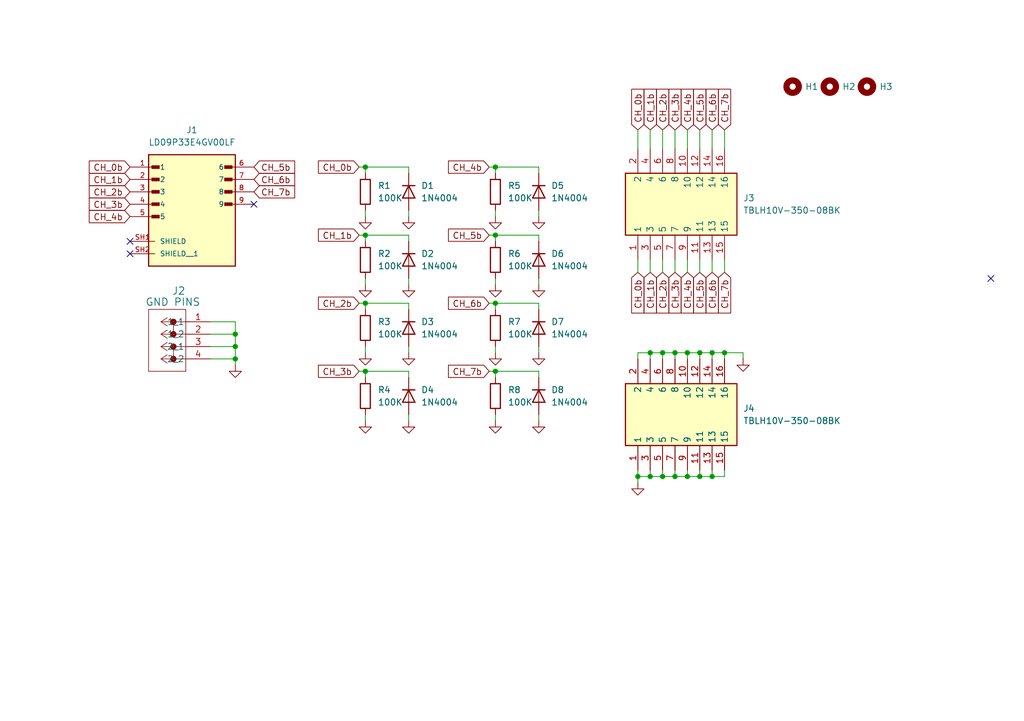
<source format=kicad_sch>
(kicad_sch (version 20250114) (generator "eeschema") (generator_version "9.0")
  (paper "A5")
  (lib_symbols
    (symbol "Device:R" (pin_numbers (hide yes)) (pin_names (offset 0))
      (property "Reference" "R" (at 2.032 0 90))
      (property "Value" "R" (at 0 0 90))
      (symbol "R_0_1"
        (rectangle (start -1.016 -2.54) (end 1.016 2.54) (stroke (width 0.254)))
      )
      (symbol "R_1_1"
        (pin passive line (at 0 3.81 270) (length 1.27) (name "~") (number "1"))
        (pin passive line (at 0 -3.81 90) (length 1.27) (name "~") (number "2"))
      )
    )
    (symbol "Diode:1N4004" (pin_numbers (hide yes)) (pin_names (hide yes))
      (property "Reference" "D" (at 0 2.54 0))
      (property "Value" "1N4004" (at 0 -2.54 0))
      (symbol "1N4004_0_1"
        (polyline (pts (xy -1.27 1.27) (xy -1.27 -1.27)) (stroke (width 0.254)))
        (polyline (pts (xy 1.27 1.27) (xy 1.27 -1.27) (xy -1.27 0) (xy 1.27 1.27)) (stroke (width 0.254)))
        (polyline (pts (xy 1.27 0) (xy -1.27 0)))
      )
      (symbol "1N4004_1_1"
        (pin passive line (at -3.81 0 0) (length 2.54) (name "K") (number "1"))
        (pin passive line (at 3.81 0 180) (length 2.54) (name "A") (number "2"))
      )
    )
    (symbol "LD09P33E4GV00LF:LD09P33E4GV00LF" (pin_names (offset 1.016))
      (property "Reference" "J" (at -7.62 10.922 0))
      (property "Value" "LD09P33E4GV00LF" (at -7.62 -15.24 0))
      (symbol "LD09P33E4GV00LF_0_0"
        (rectangle (start -8.89 -12.7) (end 8.89 10.16) (stroke (width 0.254)) (fill (type background)))
        (rectangle (start -8.255 7.3025) (end -6.6675 7.9375) (stroke (width 0.1)) (fill (type outline)))
        (rectangle (start -8.255 4.7625) (end -6.6675 5.3975) (stroke (width 0.1)) (fill (type outline)))
        (rectangle (start -8.255 2.2225) (end -6.6675 2.8575) (stroke (width 0.1)) (fill (type outline)))
        (rectangle (start -8.255 -0.3175) (end -6.6675 0.3175) (stroke (width 0.1)) (fill (type outline)))
        (rectangle (start -8.255 -2.8575) (end -6.6675 -2.2225) (stroke (width 0.1)) (fill (type outline)))
        (rectangle (start 6.6675 7.3025) (end 8.255 7.9375) (stroke (width 0.1)) (fill (type outline)))
        (rectangle (start 6.6675 4.7625) (end 8.255 5.3975) (stroke (width 0.1)) (fill (type outline)))
        (rectangle (start 6.6675 2.2225) (end 8.255 2.8575) (stroke (width 0.1)) (fill (type outline)))
        (rectangle (start 6.6675 -0.3175) (end 8.255 0.3175) (stroke (width 0.1)) (fill (type outline)))
        (pin passive line (at -12.7 7.62 0) (length 5.08) (name "1") (number "1"))
        (pin passive line (at -12.7 5.08 0) (length 5.08) (name "2") (number "2"))
        (pin passive line (at -12.7 2.54 0) (length 5.08) (name "3") (number "3"))
        (pin passive line (at -12.7 0 0) (length 5.08) (name "4") (number "4"))
        (pin passive line (at -12.7 -2.54 0) (length 5.08) (name "5") (number "5"))
        (pin passive line (at -12.7 -7.62 0) (length 5.08) (name "SHIELD") (number "SH1"))
        (pin passive line (at -12.7 -10.16 0) (length 5.08) (name "SHIELD__1") (number "SH2"))
        (pin passive line (at 12.7 7.62 180) (length 5.08) (name "6") (number "6"))
        (pin passive line (at 12.7 5.08 180) (length 5.08) (name "7") (number "7"))
        (pin passive line (at 12.7 2.54 180) (length 5.08) (name "8") (number "8"))
        (pin passive line (at 12.7 0 180) (length 5.08) (name "9") (number "9"))
      )
    )
    (symbol "Mechanical:MountingHole" (pin_names (offset 1.016)) (in_bom no)
      (property "Reference" "H" (at 0 5.08 0))
      (property "Value" "MountingHole" (at 0 3.175 0))
      (symbol "MountingHole_0_1"
        (circle (center 0 0) (radius 1.27) (stroke (width 1.27)))
      )
    )
    (symbol "TBLH10V-350-08BK:TBLH10V-350-08BK"
      (property "Reference" "J" (at 19.05 7.62 0))
      (property "Value" "TBLH10V-350-08BK" (at 19.05 5.08 0))
      (symbol "TBLH10V-350-08BK_1_1"
        (rectangle (start 5.08 2.54) (end 17.78 -20.32) (stroke (width 0.254)) (fill (type background)))
        (pin passive line (at 0 0 0) (length 5.08) (name "1") (number "1"))
        (pin passive line (at 0 -2.54 0) (length 5.08) (name "3") (number "3"))
        (pin passive line (at 0 -5.08 0) (length 5.08) (name "5") (number "5"))
        (pin passive line (at 0 -7.62 0) (length 5.08) (name "7") (number "7"))
        (pin passive line (at 0 -10.16 0) (length 5.08) (name "9") (number "9"))
        (pin passive line (at 0 -12.7 0) (length 5.08) (name "11") (number "11"))
        (pin passive line (at 0 -15.24 0) (length 5.08) (name "13") (number "13"))
        (pin passive line (at 0 -17.78 0) (length 5.08) (name "15") (number "15"))
        (pin passive line (at 22.86 0 180) (length 5.08) (name "2") (number "2"))
        (pin passive line (at 22.86 -2.54 180) (length 5.08) (name "4") (number "4"))
        (pin passive line (at 22.86 -5.08 180) (length 5.08) (name "6") (number "6"))
        (pin passive line (at 22.86 -7.62 180) (length 5.08) (name "8") (number "8"))
        (pin passive line (at 22.86 -10.16 180) (length 5.08) (name "10") (number "10"))
        (pin passive line (at 22.86 -12.7 180) (length 5.08) (name "12") (number "12"))
        (pin passive line (at 22.86 -15.24 180) (length 5.08) (name "14") (number "14"))
        (pin passive line (at 22.86 -17.78 180) (length 5.08) (name "16") (number "16"))
      )
    )
    (symbol "Wago_2601_1102:2601-1102" (pin_names (offset 0.254))
      (property "Reference" "J" (at 8.89 6.35 0))
      (property "Value" "2601-1102" (at 0 0 0))
      (symbol "2601-1102_1_1"
        (polyline (pts (xy 5.08 2.54) (xy 5.08 -10.16)) (stroke (width 0.127)))
        (polyline (pts (xy 5.08 -10.16) (xy 12.7 -10.16)) (stroke (width 0.127)))
        (polyline (pts (xy 7.62 0) (xy 7.62 -2.54)) (stroke (width 0.127)))
        (circle (center 7.62 0) (radius 0.127) (stroke (width 0.508)))
        (circle (center 7.62 -2.54) (radius 0.127) (stroke (width 0.508)))
        (polyline (pts (xy 7.62 -5.08) (xy 7.62 -7.62)) (stroke (width 0.127)))
        (circle (center 7.62 -5.08) (radius 0.127) (stroke (width 0.508)))
        (circle (center 7.62 -7.62) (radius 0.127) (stroke (width 0.508)))
        (polyline (pts (xy 10.16 0) (xy 5.08 0)) (stroke (width 0.127)))
        (polyline (pts (xy 10.16 0) (xy 8.89 0.8467)) (stroke (width 0.127)))
        (polyline (pts (xy 10.16 0) (xy 8.89 -0.8467)) (stroke (width 0.127)))
        (polyline (pts (xy 10.16 -2.54) (xy 5.08 -2.54)) (stroke (width 0.127)))
        (polyline (pts (xy 10.16 -2.54) (xy 8.89 -1.6933)) (stroke (width 0.127)))
        (polyline (pts (xy 10.16 -2.54) (xy 8.89 -3.3867)) (stroke (width 0.127)))
        (polyline (pts (xy 10.16 -5.08) (xy 5.08 -5.08)) (stroke (width 0.127)))
        (polyline (pts (xy 10.16 -5.08) (xy 8.89 -4.2333)) (stroke (width 0.127)))
        (polyline (pts (xy 10.16 -5.08) (xy 8.89 -5.9267)) (stroke (width 0.127)))
        (polyline (pts (xy 10.16 -7.62) (xy 5.08 -7.62)) (stroke (width 0.127)))
        (polyline (pts (xy 10.16 -7.62) (xy 8.89 -6.7733)) (stroke (width 0.127)))
        (polyline (pts (xy 10.16 -7.62) (xy 8.89 -8.4667)) (stroke (width 0.127)))
        (polyline (pts (xy 12.7 2.54) (xy 5.08 2.54)) (stroke (width 0.127)))
        (polyline (pts (xy 12.7 -10.16) (xy 12.7 2.54)) (stroke (width 0.127)))
        (pin unspecified line (at 0 0 0) (length 5.08) (name "1_1") (number "1"))
        (pin unspecified line (at 0 -2.54 0) (length 5.08) (name "1_2") (number "2"))
        (pin unspecified line (at 0 -5.08 0) (length 5.08) (name "2_1") (number "3"))
        (pin unspecified line (at 0 -7.62 0) (length 5.08) (name "2_2") (number "4"))
      )
    )
    (symbol "power:GND" (power) (pin_numbers (hide yes)) (pin_names (offset 0) (hide yes))
      (property "Value" "GND" (at 0 -3.81 0))
      (symbol "GND_0_1"
        (polyline (pts (xy 0 0) (xy 0 -1.27) (xy 1.27 -1.27) (xy 0 -2.54) (xy -1.27 -1.27) (xy 0 -1.27)))
      )
      (symbol "GND_1_1"
        (pin power_in line (at 0 0 270) (length 0) (name "~") (number "1"))
      )
    )
  )
  (junction (at 48.26 68.58))
  (junction (at 74.93 48.26))
  (junction (at 148.59 72.39))
  (junction (at 74.93 62.23))
  (junction (at 74.93 34.29))
  (junction (at 135.89 72.39))
  (junction (at 140.97 97.79))
  (junction (at 130.81 97.79))
  (junction (at 74.93 76.2))
  (junction (at 146.05 97.79))
  (junction (at 143.51 97.79))
  (junction (at 133.35 72.39))
  (junction (at 101.6 76.2))
  (junction (at 101.6 62.23))
  (junction (at 133.35 97.79))
  (junction (at 48.26 73.66))
  (junction (at 101.6 48.26))
  (junction (at 146.05 72.39))
  (junction (at 143.51 72.39))
  (junction (at 138.43 72.39))
  (junction (at 48.26 71.12))
  (junction (at 101.6 34.29))
  (junction (at 135.89 97.79))
  (junction (at 140.97 72.39))
  (junction (at 138.43 97.79))
  (no_connect (at 203.2 57.15))
  (no_connect (at 52.07 41.91))
  (no_connect (at 26.67 52.07))
  (no_connect (at 26.67 49.53))
  (wire (pts (xy 100.33 62.23) (xy 101.6 62.23)))
  (wire (pts (xy 100.33 34.29) (xy 101.6 34.29)))
  (wire (pts (xy 101.6 62.23) (xy 101.6 63.5)))
  (wire (pts (xy 110.49 72.39) (xy 110.49 71.12)))
  (wire (pts (xy 73.66 62.23) (xy 74.93 62.23)))
  (wire (pts (xy 143.51 97.79) (xy 143.51 96.52)))
  (wire (pts (xy 152.4 72.39) (xy 148.59 72.39)))
  (wire (pts (xy 83.82 72.39) (xy 83.82 71.12)))
  (wire (pts (xy 138.43 55.88) (xy 138.43 53.34)))
  (wire (pts (xy 135.89 72.39) (xy 138.43 72.39)))
  (wire (pts (xy 130.81 55.88) (xy 130.81 53.34)))
  (wire (pts (xy 101.6 44.45) (xy 101.6 43.18)))
  (wire (pts (xy 74.93 48.26) (xy 74.93 49.53)))
  (wire (pts (xy 148.59 55.88) (xy 148.59 53.34)))
  (wire (pts (xy 74.93 58.42) (xy 74.93 57.15)))
  (wire (pts (xy 101.6 86.36) (xy 101.6 85.09)))
  (wire (pts (xy 146.05 26.67) (xy 146.05 30.48)))
  (wire (pts (xy 83.82 49.53) (xy 83.82 48.26)))
  (wire (pts (xy 101.6 62.23) (xy 110.49 62.23)))
  (wire (pts (xy 146.05 72.39) (xy 148.59 72.39)))
  (wire (pts (xy 83.82 58.42) (xy 83.82 57.15)))
  (wire (pts (xy 101.6 48.26) (xy 110.49 48.26)))
  (wire (pts (xy 48.26 73.66) (xy 43.18 73.66)))
  (wire (pts (xy 48.26 73.66) (xy 48.26 74.93)))
  (wire (pts (xy 48.26 71.12) (xy 48.26 73.66)))
  (wire (pts (xy 73.66 34.29) (xy 74.93 34.29)))
  (wire (pts (xy 73.66 76.2) (xy 74.93 76.2)))
  (wire (pts (xy 148.59 72.39) (xy 148.59 73.66)))
  (wire (pts (xy 48.26 66.04) (xy 43.18 66.04)))
  (wire (pts (xy 148.59 96.52) (xy 148.59 97.79)))
  (wire (pts (xy 143.51 72.39) (xy 143.51 73.66)))
  (wire (pts (xy 133.35 55.88) (xy 133.35 53.34)))
  (wire (pts (xy 130.81 26.67) (xy 130.81 30.48)))
  (wire (pts (xy 74.93 34.29) (xy 83.82 34.29)))
  (wire (pts (xy 140.97 26.67) (xy 140.97 30.48)))
  (wire (pts (xy 135.89 26.67) (xy 135.89 30.48)))
  (wire (pts (xy 138.43 72.39) (xy 140.97 72.39)))
  (wire (pts (xy 140.97 97.79) (xy 140.97 96.52)))
  (wire (pts (xy 83.82 63.5) (xy 83.82 62.23)))
  (wire (pts (xy 140.97 72.39) (xy 140.97 73.66)))
  (wire (pts (xy 48.26 71.12) (xy 43.18 71.12)))
  (wire (pts (xy 48.26 68.58) (xy 43.18 68.58)))
  (wire (pts (xy 148.59 97.79) (xy 146.05 97.79)))
  (wire (pts (xy 140.97 55.88) (xy 140.97 53.34)))
  (wire (pts (xy 48.26 68.58) (xy 48.26 71.12)))
  (wire (pts (xy 110.49 77.47) (xy 110.49 76.2)))
  (wire (pts (xy 73.66 48.26) (xy 74.93 48.26)))
  (wire (pts (xy 130.81 72.39) (xy 133.35 72.39)))
  (wire (pts (xy 74.93 72.39) (xy 74.93 71.12)))
  (wire (pts (xy 138.43 97.79) (xy 138.43 96.52)))
  (wire (pts (xy 133.35 72.39) (xy 135.89 72.39)))
  (wire (pts (xy 135.89 97.79) (xy 133.35 97.79)))
  (wire (pts (xy 74.93 76.2) (xy 83.82 76.2)))
  (wire (pts (xy 143.51 55.88) (xy 143.51 53.34)))
  (wire (pts (xy 133.35 97.79) (xy 133.35 96.52)))
  (wire (pts (xy 101.6 48.26) (xy 101.6 49.53)))
  (wire (pts (xy 110.49 49.53) (xy 110.49 48.26)))
  (wire (pts (xy 83.82 77.47) (xy 83.82 76.2)))
  (wire (pts (xy 101.6 76.2) (xy 110.49 76.2)))
  (wire (pts (xy 110.49 35.56) (xy 110.49 34.29)))
  (wire (pts (xy 110.49 44.45) (xy 110.49 43.18)))
  (wire (pts (xy 101.6 72.39) (xy 101.6 71.12)))
  (wire (pts (xy 130.81 99.06) (xy 130.81 97.79)))
  (wire (pts (xy 138.43 72.39) (xy 138.43 73.66)))
  (wire (pts (xy 101.6 76.2) (xy 101.6 77.47)))
  (wire (pts (xy 83.82 35.56) (xy 83.82 34.29)))
  (wire (pts (xy 74.93 76.2) (xy 74.93 77.47)))
  (wire (pts (xy 130.81 73.66) (xy 130.81 72.39)))
  (wire (pts (xy 110.49 86.36) (xy 110.49 85.09)))
  (wire (pts (xy 74.93 62.23) (xy 83.82 62.23)))
  (wire (pts (xy 101.6 34.29) (xy 110.49 34.29)))
  (wire (pts (xy 74.93 34.29) (xy 74.93 35.56)))
  (wire (pts (xy 135.89 55.88) (xy 135.89 53.34)))
  (wire (pts (xy 133.35 97.79) (xy 130.81 97.79)))
  (wire (pts (xy 135.89 97.79) (xy 135.89 96.52)))
  (wire (pts (xy 74.93 44.45) (xy 74.93 43.18)))
  (wire (pts (xy 101.6 58.42) (xy 101.6 57.15)))
  (wire (pts (xy 100.33 48.26) (xy 101.6 48.26)))
  (wire (pts (xy 130.81 97.79) (xy 130.81 96.52)))
  (wire (pts (xy 48.26 66.04) (xy 48.26 68.58)))
  (wire (pts (xy 110.49 63.5) (xy 110.49 62.23)))
  (wire (pts (xy 152.4 73.66) (xy 152.4 72.39)))
  (wire (pts (xy 146.05 72.39) (xy 146.05 73.66)))
  (wire (pts (xy 146.05 55.88) (xy 146.05 53.34)))
  (wire (pts (xy 74.93 48.26) (xy 83.82 48.26)))
  (wire (pts (xy 146.05 97.79) (xy 146.05 96.52)))
  (wire (pts (xy 138.43 26.67) (xy 138.43 30.48)))
  (wire (pts (xy 74.93 62.23) (xy 74.93 63.5)))
  (wire (pts (xy 74.93 86.36) (xy 74.93 85.09)))
  (wire (pts (xy 143.51 26.67) (xy 143.51 30.48)))
  (wire (pts (xy 100.33 76.2) (xy 101.6 76.2)))
  (wire (pts (xy 138.43 97.79) (xy 135.89 97.79)))
  (wire (pts (xy 143.51 97.79) (xy 140.97 97.79)))
  (wire (pts (xy 133.35 72.39) (xy 133.35 73.66)))
  (wire (pts (xy 148.59 26.67) (xy 148.59 30.48)))
  (wire (pts (xy 146.05 97.79) (xy 143.51 97.79)))
  (wire (pts (xy 133.35 26.67) (xy 133.35 30.48)))
  (wire (pts (xy 83.82 44.45) (xy 83.82 43.18)))
  (wire (pts (xy 140.97 97.79) (xy 138.43 97.79)))
  (wire (pts (xy 140.97 72.39) (xy 143.51 72.39)))
  (wire (pts (xy 110.49 58.42) (xy 110.49 57.15)))
  (wire (pts (xy 135.89 72.39) (xy 135.89 73.66)))
  (wire (pts (xy 83.82 86.36) (xy 83.82 85.09)))
  (wire (pts (xy 101.6 34.29) (xy 101.6 35.56)))
  (wire (pts (xy 143.51 72.39) (xy 146.05 72.39)))
  (global_label "CH_0b" (shape input) (at 130.81 26.67 90) (property "Intersheetrefs" "${INTERSHEET_REFS}" (effects (hide yes))))
  (global_label "CH_1b" (shape input) (at 26.67 36.83 180) (property "Intersheetrefs" "${INTERSHEET_REFS}" (effects (hide yes))))
  (global_label "CH_2b" (shape input) (at 26.67 39.37 180) (property "Intersheetrefs" "${INTERSHEET_REFS}" (effects (hide yes))))
  (global_label "CH_1b" (shape input) (at 73.66 48.26 180) (property "Intersheetrefs" "${INTERSHEET_REFS}" (effects (hide yes))))
  (global_label "CH_4b" (shape input) (at 140.97 26.67 90) (property "Intersheetrefs" "${INTERSHEET_REFS}" (effects (hide yes))))
  (global_label "CH_5b" (shape input) (at 52.07 34.29 0) (property "Intersheetrefs" "${INTERSHEET_REFS}" (effects (hide yes))))
  (global_label "CH_2b" (shape input) (at 135.89 55.88 270) (property "Intersheetrefs" "${INTERSHEET_REFS}" (effects (hide yes))))
  (global_label "CH_4b" (shape input) (at 100.33 34.29 180) (property "Intersheetrefs" "${INTERSHEET_REFS}" (effects (hide yes))))
  (global_label "CH_5b" (shape input) (at 143.51 26.67 90) (property "Intersheetrefs" "${INTERSHEET_REFS}" (effects (hide yes))))
  (global_label "CH_2b" (shape input) (at 135.89 26.67 90) (property "Intersheetrefs" "${INTERSHEET_REFS}" (effects (hide yes))))
  (global_label "CH_7b" (shape input) (at 148.59 55.88 270) (property "Intersheetrefs" "${INTERSHEET_REFS}" (effects (hide yes))))
  (global_label "CH_6b" (shape input) (at 100.33 62.23 180) (property "Intersheetrefs" "${INTERSHEET_REFS}" (effects (hide yes))))
  (global_label "CH_3b" (shape input) (at 138.43 55.88 270) (property "Intersheetrefs" "${INTERSHEET_REFS}" (effects (hide yes))))
  (global_label "CH_5b" (shape input) (at 100.33 48.26 180) (property "Intersheetrefs" "${INTERSHEET_REFS}" (effects (hide yes))))
  (global_label "CH_0b" (shape input) (at 130.81 55.88 270) (property "Intersheetrefs" "${INTERSHEET_REFS}" (effects (hide yes))))
  (global_label "CH_7b" (shape input) (at 148.59 26.67 90) (property "Intersheetrefs" "${INTERSHEET_REFS}" (effects (hide yes))))
  (global_label "CH_3b" (shape input) (at 73.66 76.2 180) (property "Intersheetrefs" "${INTERSHEET_REFS}" (effects (hide yes))))
  (global_label "CH_7b" (shape input) (at 52.07 39.37 0) (property "Intersheetrefs" "${INTERSHEET_REFS}" (effects (hide yes))))
  (global_label "CH_4b" (shape input) (at 26.67 44.45 180) (property "Intersheetrefs" "${INTERSHEET_REFS}" (effects (hide yes))))
  (global_label "CH_5b" (shape input) (at 143.51 55.88 270) (property "Intersheetrefs" "${INTERSHEET_REFS}" (effects (hide yes))))
  (global_label "CH_6b" (shape input) (at 146.05 26.67 90) (property "Intersheetrefs" "${INTERSHEET_REFS}" (effects (hide yes))))
  (global_label "CH_3b" (shape input) (at 26.67 41.91 180) (property "Intersheetrefs" "${INTERSHEET_REFS}" (effects (hide yes))))
  (global_label "CH_0b" (shape input) (at 26.67 34.29 180) (property "Intersheetrefs" "${INTERSHEET_REFS}" (effects (hide yes))))
  (global_label "CH_6b" (shape input) (at 52.07 36.83 0) (property "Intersheetrefs" "${INTERSHEET_REFS}" (effects (hide yes))))
  (global_label "CH_3b" (shape input) (at 138.43 26.67 90) (property "Intersheetrefs" "${INTERSHEET_REFS}" (effects (hide yes))))
  (global_label "CH_1b" (shape input) (at 133.35 55.88 270) (property "Intersheetrefs" "${INTERSHEET_REFS}" (effects (hide yes))))
  (global_label "CH_4b" (shape input) (at 140.97 55.88 270) (property "Intersheetrefs" "${INTERSHEET_REFS}" (effects (hide yes))))
  (global_label "CH_1b" (shape input) (at 133.35 26.67 90) (property "Intersheetrefs" "${INTERSHEET_REFS}" (effects (hide yes))))
  (global_label "CH_0b" (shape input) (at 73.66 34.29 180) (property "Intersheetrefs" "${INTERSHEET_REFS}" (effects (hide yes))))
  (global_label "CH_7b" (shape input) (at 100.33 76.2 180) (property "Intersheetrefs" "${INTERSHEET_REFS}" (effects (hide yes))))
  (global_label "CH_2b" (shape input) (at 73.66 62.23 180) (property "Intersheetrefs" "${INTERSHEET_REFS}" (effects (hide yes))))
  (global_label "CH_6b" (shape input) (at 146.05 55.88 270) (property "Intersheetrefs" "${INTERSHEET_REFS}" (effects (hide yes))))
  (symbol (lib_id "power:GND") (at 83.82 86.36 0) (unit 1)
    (property "Reference" "#PWR06" (effects (hide yes)))
    (property "Value" "GND" (effects (hide yes)))
    (property "Description" "Power symbol creates a global label with name \"GND\" , ground" (effects (hide yes)))
  )
  (symbol (lib_id "power:GND") (at 110.49 58.42 0) (unit 1)
    (property "Reference" "#PWR08" (effects (hide yes)))
    (property "Value" "GND" (effects (hide yes)))
    (property "Description" "Power symbol creates a global label with name \"GND\" , ground" (effects (hide yes)))
  )
  (symbol (lib_id "Mechanical:MountingHole") (at 170.18 17.78 0) (unit 1) (in_bom no)
    (property "Reference" "H2" (at 172.72 17.7799 0) (effects (justify left)))
    (property "Value" "MountingHole_Pad" (effects (hide yes)))
    (property "Footprint" "MountingHole:MountingHole_3.2mm_M3_DIN965" (effects (hide yes)))
    (property "Description" "Mounting Hole without connection" (effects (hide yes)))
  )
  (symbol (lib_id "Device:R") (at 101.6 53.34 0) (unit 1)
    (property "Reference" "R6" (at 104.14 52.0699 0) (effects (justify left)))
    (property "Value" "100K" (at 104.14 54.6099 0) (effects (justify left)))
    (property "Footprint" "Resistor_THT:R_Axial_DIN0207_L6.3mm_D2.5mm_P7.62mm_Horizontal" (effects (hide yes)))
    (property "Description" "Resistor" (effects (hide yes)))
  )
  (symbol (lib_id "Diode:1N4004") (at 83.82 67.31 270) (unit 1)
    (property "Reference" "D3" (at 86.36 66.0399 90) (effects (justify left)))
    (property "Value" "1N4004" (at 86.36 68.5799 90) (effects (justify left)))
    (property "Footprint" "Diode_THT:D_DO-41_SOD81_P7.62mm_Horizontal" (effects (hide yes)))
    (property "Datasheet" "http://www.vishay.com/docs/88503/1n4001.pdf" (effects (hide yes)))
    (property "Description" "400V 1A General Purpose Rectifier Diode, DO-41" (effects (hide yes)))
    (property "Sim.Device" "D" (effects (hide yes)))
    (property "Sim.Pins" "1=K 2=A" (effects (hide yes)))
  )
  (symbol (lib_id "power:GND") (at 130.81 99.06 0) (unit 1)
    (property "Reference" "#PWR01" (effects (hide yes)))
    (property "Value" "GND" (effects (hide yes)))
    (property "Description" "Power symbol creates a global label with name \"GND\" , ground" (effects (hide yes)))
  )
  (symbol (lib_id "power:GND") (at 101.6 86.36 0) (unit 1)
    (property "Reference" "#PWR017" (effects (hide yes)))
    (property "Value" "GND" (effects (hide yes)))
    (property "Description" "Power symbol creates a global label with name \"GND\" , ground" (effects (hide yes)))
  )
  (symbol (lib_id "TBLH10V-350-08BK:TBLH10V-350-08BK") (at 130.81 53.34 90) (unit 1)
    (property "Reference" "J3" (at 152.4 40.6399 90) (effects (justify right)))
    (property "Value" "TBLH10V-350-08BK" (at 152.4 43.1799 90) (effects (justify right)))
    (property "Footprint" "TBLH10V-350-08BK:RHDR16W80P550X350_2X8_2870X850X1420P" (effects (hide yes)))
    (property "Datasheet" "https://datasheet.datasheetarchive.com/originals/distributors/Datasheets_SAMA/62bf51551d5aebf1740722b2eb166d63.pdf" (effects (hide yes)))
    (property "Description" "Fixed Terminal Blocks Terminal block, screwless, High Temp, 3.5, Vertical, 8, Black w Gray Button" (effects (hide yes)))
    (property "Height" "14.2" (effects (hide yes)))
    (property "Mouser Part Number" "490-TBLH10V-350-08BK" (effects (hide yes)))
    (property "Mouser Price/Stock" "https://www.mouser.co.uk/ProductDetail/CUI-Devices/TBLH10V-350-08BK?qs=UXgszm6BlbG3AKcoQWgT3Q%3D%3D" (effects (hide yes)))
    (property "Manufacturer_Name" "CUI Devices" (effects (hide yes)))
    (property "Manufacturer_Part_Number" "TBLH10V-350-08BK" (effects (hide yes)))
  )
  (symbol (lib_id "Diode:1N4004") (at 110.49 39.37 270) (unit 1)
    (property "Reference" "D5" (at 113.03 38.0999 90) (effects (justify left)))
    (property "Value" "1N4004" (at 113.03 40.6399 90) (effects (justify left)))
    (property "Footprint" "Diode_THT:D_DO-41_SOD81_P7.62mm_Horizontal" (effects (hide yes)))
    (property "Datasheet" "http://www.vishay.com/docs/88503/1n4001.pdf" (effects (hide yes)))
    (property "Description" "400V 1A General Purpose Rectifier Diode, DO-41" (effects (hide yes)))
    (property "Sim.Device" "D" (effects (hide yes)))
    (property "Sim.Pins" "1=K 2=A" (effects (hide yes)))
  )
  (symbol (lib_id "TBLH10V-350-08BK:TBLH10V-350-08BK") (at 130.81 96.52 90) (unit 1)
    (property "Reference" "J4" (at 152.4 83.8199 90) (effects (justify right)))
    (property "Value" "TBLH10V-350-08BK" (at 152.4 86.3599 90) (effects (justify right)))
    (property "Footprint" "TBLH10V-350-08BK:RHDR16W80P550X350_2X8_2870X850X1420P" (effects (hide yes)))
    (property "Datasheet" "https://datasheet.datasheetarchive.com/originals/distributors/Datasheets_SAMA/62bf51551d5aebf1740722b2eb166d63.pdf" (effects (hide yes)))
    (property "Description" "Fixed Terminal Blocks Terminal block, screwless, High Temp, 3.5, Vertical, 8, Black w Gray Button" (effects (hide yes)))
    (property "Height" "14.2" (effects (hide yes)))
    (property "Mouser Part Number" "490-TBLH10V-350-08BK" (effects (hide yes)))
    (property "Mouser Price/Stock" "https://www.mouser.co.uk/ProductDetail/CUI-Devices/TBLH10V-350-08BK?qs=UXgszm6BlbG3AKcoQWgT3Q%3D%3D" (effects (hide yes)))
    (property "Manufacturer_Name" "CUI Devices" (effects (hide yes)))
    (property "Manufacturer_Part_Number" "TBLH10V-350-08BK" (effects (hide yes)))
  )
  (symbol (lib_id "Diode:1N4004") (at 110.49 67.31 270) (unit 1)
    (property "Reference" "D7" (at 113.03 66.0399 90) (effects (justify left)))
    (property "Value" "1N4004" (at 113.03 68.5799 90) (effects (justify left)))
    (property "Footprint" "Diode_THT:D_DO-41_SOD81_P7.62mm_Horizontal" (effects (hide yes)))
    (property "Datasheet" "http://www.vishay.com/docs/88503/1n4001.pdf" (effects (hide yes)))
    (property "Description" "400V 1A General Purpose Rectifier Diode, DO-41" (effects (hide yes)))
    (property "Sim.Device" "D" (effects (hide yes)))
    (property "Sim.Pins" "1=K 2=A" (effects (hide yes)))
  )
  (symbol (lib_id "Mechanical:MountingHole") (at 162.56 17.78 0) (unit 1) (in_bom no)
    (property "Reference" "H1" (at 165.1 17.7799 0) (effects (justify left)))
    (property "Value" "MountingHole_Pad" (effects (hide yes)))
    (property "Footprint" "MountingHole:MountingHole_3.2mm_M3_DIN965" (effects (hide yes)))
    (property "Description" "Mounting Hole without connection" (effects (hide yes)))
  )
  (symbol (lib_id "power:GND") (at 110.49 44.45 0) (unit 1)
    (property "Reference" "#PWR07" (effects (hide yes)))
    (property "Value" "GND" (effects (hide yes)))
    (property "Description" "Power symbol creates a global label with name \"GND\" , ground" (effects (hide yes)))
  )
  (symbol (lib_id "Device:R") (at 74.93 39.37 0) (unit 1)
    (property "Reference" "R1" (at 77.47 38.0999 0) (effects (justify left)))
    (property "Value" "100K" (at 77.47 40.6399 0) (effects (justify left)))
    (property "Footprint" "Resistor_THT:R_Axial_DIN0207_L6.3mm_D2.5mm_P7.62mm_Horizontal" (effects (hide yes)))
    (property "Description" "Resistor" (effects (hide yes)))
  )
  (symbol (lib_id "power:GND") (at 74.93 86.36 0) (unit 1)
    (property "Reference" "#PWR013" (effects (hide yes)))
    (property "Value" "GND" (effects (hide yes)))
    (property "Description" "Power symbol creates a global label with name \"GND\" , ground" (effects (hide yes)))
  )
  (symbol (lib_id "Diode:1N4004") (at 83.82 39.37 270) (unit 1)
    (property "Reference" "D1" (at 86.36 38.0999 90) (effects (justify left)))
    (property "Value" "1N4004" (at 86.36 40.6399 90) (effects (justify left)))
    (property "Footprint" "Diode_THT:D_DO-41_SOD81_P7.62mm_Horizontal" (effects (hide yes)))
    (property "Datasheet" "http://www.vishay.com/docs/88503/1n4001.pdf" (effects (hide yes)))
    (property "Description" "400V 1A General Purpose Rectifier Diode, DO-41" (effects (hide yes)))
    (property "Sim.Device" "D" (effects (hide yes)))
    (property "Sim.Pins" "1=K 2=A" (effects (hide yes)))
  )
  (symbol (lib_id "power:GND") (at 101.6 58.42 0) (unit 1)
    (property "Reference" "#PWR015" (effects (hide yes)))
    (property "Value" "GND" (effects (hide yes)))
    (property "Description" "Power symbol creates a global label with name \"GND\" , ground" (effects (hide yes)))
  )
  (symbol (lib_id "power:GND") (at 74.93 58.42 0) (unit 1)
    (property "Reference" "#PWR011" (effects (hide yes)))
    (property "Value" "GND" (effects (hide yes)))
    (property "Description" "Power symbol creates a global label with name \"GND\" , ground" (effects (hide yes)))
  )
  (symbol (lib_id "Diode:1N4004") (at 83.82 53.34 270) (unit 1)
    (property "Reference" "D2" (at 86.36 52.0699 90) (effects (justify left)))
    (property "Value" "1N4004" (at 86.36 54.6099 90) (effects (justify left)))
    (property "Footprint" "Diode_THT:D_DO-41_SOD81_P7.62mm_Horizontal" (effects (hide yes)))
    (property "Datasheet" "http://www.vishay.com/docs/88503/1n4001.pdf" (effects (hide yes)))
    (property "Description" "400V 1A General Purpose Rectifier Diode, DO-41" (effects (hide yes)))
    (property "Sim.Device" "D" (effects (hide yes)))
    (property "Sim.Pins" "1=K 2=A" (effects (hide yes)))
  )
  (symbol (lib_id "Wago_2601_1102:2601-1102") (at 43.18 66.04 0) (mirror y) (unit 1)
    (property "Reference" "J2" (at 38.1 59.69 0) (effects (font (size 1.524 1.524)) (justify left)))
    (property "Value" "GND PINS" (at 41.148 61.976 0) (effects (font (size 1.524 1.524)) (justify left)))
    (property "Footprint" "2601_1102:CONN2_2601-1102_WAG" (effects (hide yes)))
    (property "Datasheet" "2601-1102" (effects (hide yes)))
  )
  (symbol (lib_id "power:GND") (at 74.93 72.39 0) (unit 1)
    (property "Reference" "#PWR012" (effects (hide yes)))
    (property "Value" "GND" (effects (hide yes)))
    (property "Description" "Power symbol creates a global label with name \"GND\" , ground" (effects (hide yes)))
  )
  (symbol (lib_id "power:GND") (at 101.6 72.39 0) (unit 1)
    (property "Reference" "#PWR016" (effects (hide yes)))
    (property "Value" "GND" (effects (hide yes)))
    (property "Description" "Power symbol creates a global label with name \"GND\" , ground" (effects (hide yes)))
  )
  (symbol (lib_id "Diode:1N4004") (at 83.82 81.28 270) (unit 1)
    (property "Reference" "D4" (at 86.36 80.0099 90) (effects (justify left)))
    (property "Value" "1N4004" (at 86.36 82.5499 90) (effects (justify left)))
    (property "Footprint" "Diode_THT:D_DO-41_SOD81_P7.62mm_Horizontal" (effects (hide yes)))
    (property "Datasheet" "http://www.vishay.com/docs/88503/1n4001.pdf" (effects (hide yes)))
    (property "Description" "400V 1A General Purpose Rectifier Diode, DO-41" (effects (hide yes)))
    (property "Sim.Device" "D" (effects (hide yes)))
    (property "Sim.Pins" "1=K 2=A" (effects (hide yes)))
  )
  (symbol (lib_id "Device:R") (at 74.93 81.28 0) (unit 1)
    (property "Reference" "R4" (at 77.47 80.0099 0) (effects (justify left)))
    (property "Value" "100K" (at 77.47 82.5499 0) (effects (justify left)))
    (property "Footprint" "Resistor_THT:R_Axial_DIN0207_L6.3mm_D2.5mm_P7.62mm_Horizontal" (effects (hide yes)))
    (property "Description" "Resistor" (effects (hide yes)))
  )
  (symbol (lib_id "power:GND") (at 74.93 44.45 0) (unit 1)
    (property "Reference" "#PWR010" (effects (hide yes)))
    (property "Value" "GND" (effects (hide yes)))
    (property "Description" "Power symbol creates a global label with name \"GND\" , ground" (effects (hide yes)))
  )
  (symbol (lib_id "Diode:1N4004") (at 110.49 53.34 270) (unit 1)
    (property "Reference" "D6" (at 113.03 52.0699 90) (effects (justify left)))
    (property "Value" "1N4004" (at 113.03 54.6099 90) (effects (justify left)))
    (property "Footprint" "Diode_THT:D_DO-41_SOD81_P7.62mm_Horizontal" (effects (hide yes)))
    (property "Datasheet" "http://www.vishay.com/docs/88503/1n4001.pdf" (effects (hide yes)))
    (property "Description" "400V 1A General Purpose Rectifier Diode, DO-41" (effects (hide yes)))
    (property "Sim.Device" "D" (effects (hide yes)))
    (property "Sim.Pins" "1=K 2=A" (effects (hide yes)))
  )
  (symbol (lib_id "power:GND") (at 83.82 58.42 0) (unit 1)
    (property "Reference" "#PWR04" (effects (hide yes)))
    (property "Value" "GND" (effects (hide yes)))
    (property "Description" "Power symbol creates a global label with name \"GND\" , ground" (effects (hide yes)))
  )
  (symbol (lib_id "power:GND") (at 152.4 73.66 0) (unit 1)
    (property "Reference" "#PWR02" (effects (hide yes)))
    (property "Value" "GND" (effects (hide yes)))
    (property "Description" "Power symbol creates a global label with name \"GND\" , ground" (effects (hide yes)))
  )
  (symbol (lib_id "power:GND") (at 83.82 44.45 0) (unit 1)
    (property "Reference" "#PWR03" (effects (hide yes)))
    (property "Value" "GND" (effects (hide yes)))
    (property "Description" "Power symbol creates a global label with name \"GND\" , ground" (effects (hide yes)))
  )
  (symbol (lib_id "power:GND") (at 110.49 72.39 0) (unit 1)
    (property "Reference" "#PWR018" (effects (hide yes)))
    (property "Value" "GND" (effects (hide yes)))
    (property "Description" "Power symbol creates a global label with name \"GND\" , ground" (effects (hide yes)))
  )
  (symbol (lib_id "power:GND") (at 101.6 44.45 0) (unit 1)
    (property "Reference" "#PWR014" (effects (hide yes)))
    (property "Value" "GND" (effects (hide yes)))
    (property "Description" "Power symbol creates a global label with name \"GND\" , ground" (effects (hide yes)))
  )
  (symbol (lib_id "Device:R") (at 101.6 81.28 0) (unit 1)
    (property "Reference" "R8" (at 104.14 80.0099 0) (effects (justify left)))
    (property "Value" "100K" (at 104.14 82.5499 0) (effects (justify left)))
    (property "Footprint" "Resistor_THT:R_Axial_DIN0207_L6.3mm_D2.5mm_P7.62mm_Horizontal" (effects (hide yes)))
    (property "Description" "Resistor" (effects (hide yes)))
  )
  (symbol (lib_id "Device:R") (at 74.93 67.31 0) (unit 1)
    (property "Reference" "R3" (at 77.47 66.0399 0) (effects (justify left)))
    (property "Value" "100K" (at 77.47 68.5799 0) (effects (justify left)))
    (property "Footprint" "Resistor_THT:R_Axial_DIN0207_L6.3mm_D2.5mm_P7.62mm_Horizontal" (effects (hide yes)))
    (property "Description" "Resistor" (effects (hide yes)))
  )
  (symbol (lib_id "Device:R") (at 101.6 67.31 0) (unit 1)
    (property "Reference" "R7" (at 104.14 66.0399 0) (effects (justify left)))
    (property "Value" "100K" (at 104.14 68.5799 0) (effects (justify left)))
    (property "Footprint" "Resistor_THT:R_Axial_DIN0207_L6.3mm_D2.5mm_P7.62mm_Horizontal" (effects (hide yes)))
    (property "Description" "Resistor" (effects (hide yes)))
  )
  (symbol (lib_id "power:GND") (at 110.49 86.36 0) (unit 1)
    (property "Reference" "#PWR019" (effects (hide yes)))
    (property "Value" "GND" (effects (hide yes)))
    (property "Description" "Power symbol creates a global label with name \"GND\" , ground" (effects (hide yes)))
  )
  (symbol (lib_id "power:GND") (at 83.82 72.39 0) (unit 1)
    (property "Reference" "#PWR05" (effects (hide yes)))
    (property "Value" "GND" (effects (hide yes)))
    (property "Description" "Power symbol creates a global label with name \"GND\" , ground" (effects (hide yes)))
  )
  (symbol (lib_id "Device:R") (at 101.6 39.37 0) (unit 1)
    (property "Reference" "R5" (at 104.14 38.0999 0) (effects (justify left)))
    (property "Value" "100K" (at 104.14 40.6399 0) (effects (justify left)))
    (property "Footprint" "Resistor_THT:R_Axial_DIN0207_L6.3mm_D2.5mm_P7.62mm_Horizontal" (effects (hide yes)))
    (property "Description" "Resistor" (effects (hide yes)))
  )
  (symbol (lib_id "Diode:1N4004") (at 110.49 81.28 270) (unit 1)
    (property "Reference" "D8" (at 113.03 80.0099 90) (effects (justify left)))
    (property "Value" "1N4004" (at 113.03 82.5499 90) (effects (justify left)))
    (property "Footprint" "Diode_THT:D_DO-41_SOD81_P7.62mm_Horizontal" (effects (hide yes)))
    (property "Datasheet" "http://www.vishay.com/docs/88503/1n4001.pdf" (effects (hide yes)))
    (property "Description" "400V 1A General Purpose Rectifier Diode, DO-41" (effects (hide yes)))
    (property "Sim.Device" "D" (effects (hide yes)))
    (property "Sim.Pins" "1=K 2=A" (effects (hide yes)))
  )
  (symbol (lib_id "LD09P33E4GV00LF:LD09P33E4GV00LF") (at 39.37 41.91 0) (unit 1)
    (property "Reference" "J1" (at 39.37 26.67 0))
    (property "Value" "LD09P33E4GV00LF" (at 39.37 29.21 0))
    (property "Footprint" "LD09P33E4GV00LF:AMPHENOL_LD09P33E4GV00LF" (effects (hide yes)))
    (property "PARTREV" "B" (effects (hide yes)))
    (property "MANUFACTURER" "Amphenol" (effects (hide yes)))
    (property "MAXIMUM_PACKAGE_HEIGHT" "12.96mm" (effects (hide yes)))
    (property "STANDARD" "Manufacturer Recommendations" (effects (hide yes)))
  )
  (symbol (lib_id "Mechanical:MountingHole") (at 177.8 17.78 0) (unit 1) (in_bom no)
    (property "Reference" "H3" (at 180.34 17.7799 0) (effects (justify left)))
    (property "Value" "MountingHole_Pad" (effects (hide yes)))
    (property "Footprint" "MountingHole:MountingHole_3.2mm_M3_DIN965" (effects (hide yes)))
    (property "Description" "Mounting Hole without connection" (effects (hide yes)))
  )
  (symbol (lib_id "power:GND") (at 48.26 74.93 0) (unit 1)
    (property "Reference" "#PWR09" (effects (hide yes)))
    (property "Value" "GND" (effects (hide yes)))
    (property "Description" "Power symbol creates a global label with name \"GND\" , ground" (effects (hide yes)))
  )
  (symbol (lib_id "Device:R") (at 74.93 53.34 0) (unit 1)
    (property "Reference" "R2" (at 77.47 52.0699 0) (effects (justify left)))
    (property "Value" "100K" (at 77.47 54.6099 0) (effects (justify left)))
    (property "Footprint" "Resistor_THT:R_Axial_DIN0207_L6.3mm_D2.5mm_P7.62mm_Horizontal" (effects (hide yes)))
    (property "Description" "Resistor" (effects (hide yes)))
  )
)
</source>
